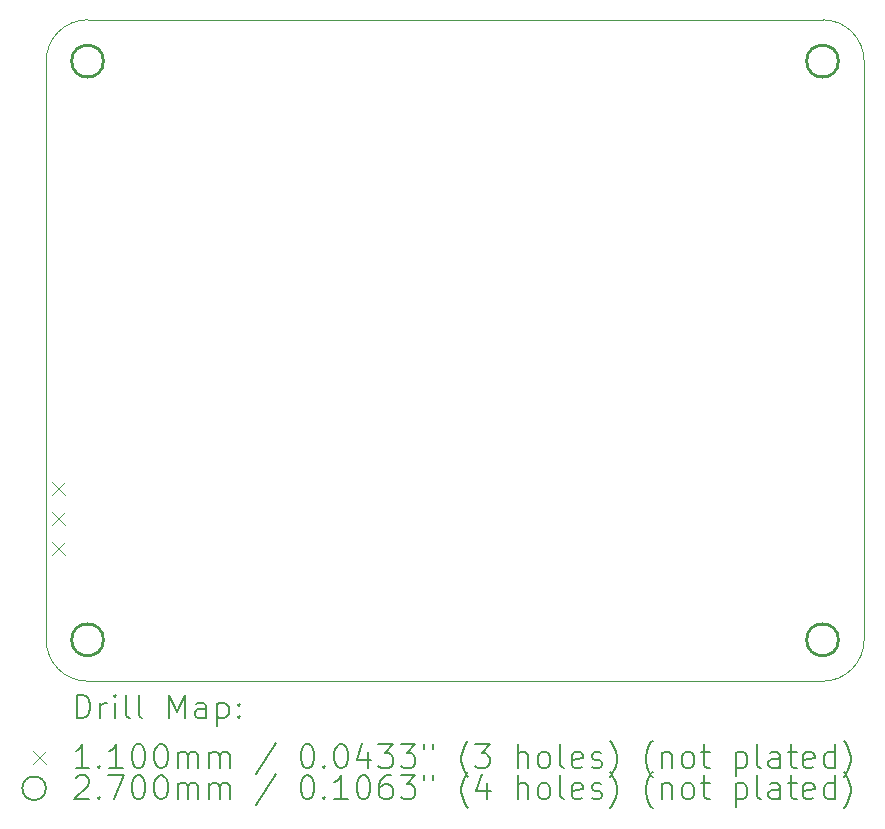
<source format=gbr>
%TF.GenerationSoftware,KiCad,Pcbnew,8.0.0*%
%TF.CreationDate,2024-03-02T01:19:25-06:00*%
%TF.ProjectId,kicad-power-hat,6b696361-642d-4706-9f77-65722d686174,rev?*%
%TF.SameCoordinates,Original*%
%TF.FileFunction,Drillmap*%
%TF.FilePolarity,Positive*%
%FSLAX45Y45*%
G04 Gerber Fmt 4.5, Leading zero omitted, Abs format (unit mm)*
G04 Created by KiCad (PCBNEW 8.0.0) date 2024-03-02 01:19:25*
%MOMM*%
%LPD*%
G01*
G04 APERTURE LIST*
%ADD10C,0.050000*%
%ADD11C,0.200000*%
%ADD12C,0.110000*%
%ADD13C,0.270000*%
G04 APERTURE END LIST*
D10*
X9525000Y-14711500D02*
X15750000Y-14711500D01*
X9175000Y-9461500D02*
X9175000Y-14361500D01*
X15750000Y-9111500D02*
X9525000Y-9111500D01*
X16100000Y-14361500D02*
X16100000Y-9461500D01*
X16100000Y-14361500D02*
G75*
G02*
X15750000Y-14711500I-350000J0D01*
G01*
X15750000Y-9111500D02*
G75*
G02*
X16100000Y-9461500I0J-350000D01*
G01*
X9175000Y-9461500D02*
G75*
G02*
X9525000Y-9111500I350000J0D01*
G01*
X9525000Y-14711500D02*
G75*
G02*
X9175000Y-14361500I0J350000D01*
G01*
D11*
D12*
X9226000Y-13026000D02*
X9336000Y-13136000D01*
X9336000Y-13026000D02*
X9226000Y-13136000D01*
X9226000Y-13280000D02*
X9336000Y-13390000D01*
X9336000Y-13280000D02*
X9226000Y-13390000D01*
X9226000Y-13534000D02*
X9336000Y-13644000D01*
X9336000Y-13534000D02*
X9226000Y-13644000D01*
D13*
X9660000Y-9461500D02*
G75*
G02*
X9390000Y-9461500I-135000J0D01*
G01*
X9390000Y-9461500D02*
G75*
G02*
X9660000Y-9461500I135000J0D01*
G01*
X9660000Y-14361500D02*
G75*
G02*
X9390000Y-14361500I-135000J0D01*
G01*
X9390000Y-14361500D02*
G75*
G02*
X9660000Y-14361500I135000J0D01*
G01*
X15883000Y-9461500D02*
G75*
G02*
X15613000Y-9461500I-135000J0D01*
G01*
X15613000Y-9461500D02*
G75*
G02*
X15883000Y-9461500I135000J0D01*
G01*
X15883000Y-14361500D02*
G75*
G02*
X15613000Y-14361500I-135000J0D01*
G01*
X15613000Y-14361500D02*
G75*
G02*
X15883000Y-14361500I135000J0D01*
G01*
D11*
X9433277Y-15025484D02*
X9433277Y-14825484D01*
X9433277Y-14825484D02*
X9480896Y-14825484D01*
X9480896Y-14825484D02*
X9509467Y-14835008D01*
X9509467Y-14835008D02*
X9528515Y-14854055D01*
X9528515Y-14854055D02*
X9538039Y-14873103D01*
X9538039Y-14873103D02*
X9547563Y-14911198D01*
X9547563Y-14911198D02*
X9547563Y-14939769D01*
X9547563Y-14939769D02*
X9538039Y-14977865D01*
X9538039Y-14977865D02*
X9528515Y-14996912D01*
X9528515Y-14996912D02*
X9509467Y-15015960D01*
X9509467Y-15015960D02*
X9480896Y-15025484D01*
X9480896Y-15025484D02*
X9433277Y-15025484D01*
X9633277Y-15025484D02*
X9633277Y-14892150D01*
X9633277Y-14930246D02*
X9642801Y-14911198D01*
X9642801Y-14911198D02*
X9652324Y-14901674D01*
X9652324Y-14901674D02*
X9671372Y-14892150D01*
X9671372Y-14892150D02*
X9690420Y-14892150D01*
X9757086Y-15025484D02*
X9757086Y-14892150D01*
X9757086Y-14825484D02*
X9747563Y-14835008D01*
X9747563Y-14835008D02*
X9757086Y-14844531D01*
X9757086Y-14844531D02*
X9766610Y-14835008D01*
X9766610Y-14835008D02*
X9757086Y-14825484D01*
X9757086Y-14825484D02*
X9757086Y-14844531D01*
X9880896Y-15025484D02*
X9861848Y-15015960D01*
X9861848Y-15015960D02*
X9852324Y-14996912D01*
X9852324Y-14996912D02*
X9852324Y-14825484D01*
X9985658Y-15025484D02*
X9966610Y-15015960D01*
X9966610Y-15015960D02*
X9957086Y-14996912D01*
X9957086Y-14996912D02*
X9957086Y-14825484D01*
X10214229Y-15025484D02*
X10214229Y-14825484D01*
X10214229Y-14825484D02*
X10280896Y-14968341D01*
X10280896Y-14968341D02*
X10347563Y-14825484D01*
X10347563Y-14825484D02*
X10347563Y-15025484D01*
X10528515Y-15025484D02*
X10528515Y-14920722D01*
X10528515Y-14920722D02*
X10518991Y-14901674D01*
X10518991Y-14901674D02*
X10499944Y-14892150D01*
X10499944Y-14892150D02*
X10461848Y-14892150D01*
X10461848Y-14892150D02*
X10442801Y-14901674D01*
X10528515Y-15015960D02*
X10509467Y-15025484D01*
X10509467Y-15025484D02*
X10461848Y-15025484D01*
X10461848Y-15025484D02*
X10442801Y-15015960D01*
X10442801Y-15015960D02*
X10433277Y-14996912D01*
X10433277Y-14996912D02*
X10433277Y-14977865D01*
X10433277Y-14977865D02*
X10442801Y-14958817D01*
X10442801Y-14958817D02*
X10461848Y-14949293D01*
X10461848Y-14949293D02*
X10509467Y-14949293D01*
X10509467Y-14949293D02*
X10528515Y-14939769D01*
X10623753Y-14892150D02*
X10623753Y-15092150D01*
X10623753Y-14901674D02*
X10642801Y-14892150D01*
X10642801Y-14892150D02*
X10680896Y-14892150D01*
X10680896Y-14892150D02*
X10699944Y-14901674D01*
X10699944Y-14901674D02*
X10709467Y-14911198D01*
X10709467Y-14911198D02*
X10718991Y-14930246D01*
X10718991Y-14930246D02*
X10718991Y-14987388D01*
X10718991Y-14987388D02*
X10709467Y-15006436D01*
X10709467Y-15006436D02*
X10699944Y-15015960D01*
X10699944Y-15015960D02*
X10680896Y-15025484D01*
X10680896Y-15025484D02*
X10642801Y-15025484D01*
X10642801Y-15025484D02*
X10623753Y-15015960D01*
X10804705Y-15006436D02*
X10814229Y-15015960D01*
X10814229Y-15015960D02*
X10804705Y-15025484D01*
X10804705Y-15025484D02*
X10795182Y-15015960D01*
X10795182Y-15015960D02*
X10804705Y-15006436D01*
X10804705Y-15006436D02*
X10804705Y-15025484D01*
X10804705Y-14901674D02*
X10814229Y-14911198D01*
X10814229Y-14911198D02*
X10804705Y-14920722D01*
X10804705Y-14920722D02*
X10795182Y-14911198D01*
X10795182Y-14911198D02*
X10804705Y-14901674D01*
X10804705Y-14901674D02*
X10804705Y-14920722D01*
D12*
X9062500Y-15299000D02*
X9172500Y-15409000D01*
X9172500Y-15299000D02*
X9062500Y-15409000D01*
D11*
X9538039Y-15445484D02*
X9423753Y-15445484D01*
X9480896Y-15445484D02*
X9480896Y-15245484D01*
X9480896Y-15245484D02*
X9461848Y-15274055D01*
X9461848Y-15274055D02*
X9442801Y-15293103D01*
X9442801Y-15293103D02*
X9423753Y-15302627D01*
X9623753Y-15426436D02*
X9633277Y-15435960D01*
X9633277Y-15435960D02*
X9623753Y-15445484D01*
X9623753Y-15445484D02*
X9614229Y-15435960D01*
X9614229Y-15435960D02*
X9623753Y-15426436D01*
X9623753Y-15426436D02*
X9623753Y-15445484D01*
X9823753Y-15445484D02*
X9709467Y-15445484D01*
X9766610Y-15445484D02*
X9766610Y-15245484D01*
X9766610Y-15245484D02*
X9747563Y-15274055D01*
X9747563Y-15274055D02*
X9728515Y-15293103D01*
X9728515Y-15293103D02*
X9709467Y-15302627D01*
X9947563Y-15245484D02*
X9966610Y-15245484D01*
X9966610Y-15245484D02*
X9985658Y-15255008D01*
X9985658Y-15255008D02*
X9995182Y-15264531D01*
X9995182Y-15264531D02*
X10004705Y-15283579D01*
X10004705Y-15283579D02*
X10014229Y-15321674D01*
X10014229Y-15321674D02*
X10014229Y-15369293D01*
X10014229Y-15369293D02*
X10004705Y-15407388D01*
X10004705Y-15407388D02*
X9995182Y-15426436D01*
X9995182Y-15426436D02*
X9985658Y-15435960D01*
X9985658Y-15435960D02*
X9966610Y-15445484D01*
X9966610Y-15445484D02*
X9947563Y-15445484D01*
X9947563Y-15445484D02*
X9928515Y-15435960D01*
X9928515Y-15435960D02*
X9918991Y-15426436D01*
X9918991Y-15426436D02*
X9909467Y-15407388D01*
X9909467Y-15407388D02*
X9899944Y-15369293D01*
X9899944Y-15369293D02*
X9899944Y-15321674D01*
X9899944Y-15321674D02*
X9909467Y-15283579D01*
X9909467Y-15283579D02*
X9918991Y-15264531D01*
X9918991Y-15264531D02*
X9928515Y-15255008D01*
X9928515Y-15255008D02*
X9947563Y-15245484D01*
X10138039Y-15245484D02*
X10157086Y-15245484D01*
X10157086Y-15245484D02*
X10176134Y-15255008D01*
X10176134Y-15255008D02*
X10185658Y-15264531D01*
X10185658Y-15264531D02*
X10195182Y-15283579D01*
X10195182Y-15283579D02*
X10204705Y-15321674D01*
X10204705Y-15321674D02*
X10204705Y-15369293D01*
X10204705Y-15369293D02*
X10195182Y-15407388D01*
X10195182Y-15407388D02*
X10185658Y-15426436D01*
X10185658Y-15426436D02*
X10176134Y-15435960D01*
X10176134Y-15435960D02*
X10157086Y-15445484D01*
X10157086Y-15445484D02*
X10138039Y-15445484D01*
X10138039Y-15445484D02*
X10118991Y-15435960D01*
X10118991Y-15435960D02*
X10109467Y-15426436D01*
X10109467Y-15426436D02*
X10099944Y-15407388D01*
X10099944Y-15407388D02*
X10090420Y-15369293D01*
X10090420Y-15369293D02*
X10090420Y-15321674D01*
X10090420Y-15321674D02*
X10099944Y-15283579D01*
X10099944Y-15283579D02*
X10109467Y-15264531D01*
X10109467Y-15264531D02*
X10118991Y-15255008D01*
X10118991Y-15255008D02*
X10138039Y-15245484D01*
X10290420Y-15445484D02*
X10290420Y-15312150D01*
X10290420Y-15331198D02*
X10299944Y-15321674D01*
X10299944Y-15321674D02*
X10318991Y-15312150D01*
X10318991Y-15312150D02*
X10347563Y-15312150D01*
X10347563Y-15312150D02*
X10366610Y-15321674D01*
X10366610Y-15321674D02*
X10376134Y-15340722D01*
X10376134Y-15340722D02*
X10376134Y-15445484D01*
X10376134Y-15340722D02*
X10385658Y-15321674D01*
X10385658Y-15321674D02*
X10404705Y-15312150D01*
X10404705Y-15312150D02*
X10433277Y-15312150D01*
X10433277Y-15312150D02*
X10452325Y-15321674D01*
X10452325Y-15321674D02*
X10461848Y-15340722D01*
X10461848Y-15340722D02*
X10461848Y-15445484D01*
X10557086Y-15445484D02*
X10557086Y-15312150D01*
X10557086Y-15331198D02*
X10566610Y-15321674D01*
X10566610Y-15321674D02*
X10585658Y-15312150D01*
X10585658Y-15312150D02*
X10614229Y-15312150D01*
X10614229Y-15312150D02*
X10633277Y-15321674D01*
X10633277Y-15321674D02*
X10642801Y-15340722D01*
X10642801Y-15340722D02*
X10642801Y-15445484D01*
X10642801Y-15340722D02*
X10652325Y-15321674D01*
X10652325Y-15321674D02*
X10671372Y-15312150D01*
X10671372Y-15312150D02*
X10699944Y-15312150D01*
X10699944Y-15312150D02*
X10718991Y-15321674D01*
X10718991Y-15321674D02*
X10728515Y-15340722D01*
X10728515Y-15340722D02*
X10728515Y-15445484D01*
X11118991Y-15235960D02*
X10947563Y-15493103D01*
X11376134Y-15245484D02*
X11395182Y-15245484D01*
X11395182Y-15245484D02*
X11414229Y-15255008D01*
X11414229Y-15255008D02*
X11423753Y-15264531D01*
X11423753Y-15264531D02*
X11433277Y-15283579D01*
X11433277Y-15283579D02*
X11442801Y-15321674D01*
X11442801Y-15321674D02*
X11442801Y-15369293D01*
X11442801Y-15369293D02*
X11433277Y-15407388D01*
X11433277Y-15407388D02*
X11423753Y-15426436D01*
X11423753Y-15426436D02*
X11414229Y-15435960D01*
X11414229Y-15435960D02*
X11395182Y-15445484D01*
X11395182Y-15445484D02*
X11376134Y-15445484D01*
X11376134Y-15445484D02*
X11357086Y-15435960D01*
X11357086Y-15435960D02*
X11347563Y-15426436D01*
X11347563Y-15426436D02*
X11338039Y-15407388D01*
X11338039Y-15407388D02*
X11328515Y-15369293D01*
X11328515Y-15369293D02*
X11328515Y-15321674D01*
X11328515Y-15321674D02*
X11338039Y-15283579D01*
X11338039Y-15283579D02*
X11347563Y-15264531D01*
X11347563Y-15264531D02*
X11357086Y-15255008D01*
X11357086Y-15255008D02*
X11376134Y-15245484D01*
X11528515Y-15426436D02*
X11538039Y-15435960D01*
X11538039Y-15435960D02*
X11528515Y-15445484D01*
X11528515Y-15445484D02*
X11518991Y-15435960D01*
X11518991Y-15435960D02*
X11528515Y-15426436D01*
X11528515Y-15426436D02*
X11528515Y-15445484D01*
X11661848Y-15245484D02*
X11680896Y-15245484D01*
X11680896Y-15245484D02*
X11699944Y-15255008D01*
X11699944Y-15255008D02*
X11709467Y-15264531D01*
X11709467Y-15264531D02*
X11718991Y-15283579D01*
X11718991Y-15283579D02*
X11728515Y-15321674D01*
X11728515Y-15321674D02*
X11728515Y-15369293D01*
X11728515Y-15369293D02*
X11718991Y-15407388D01*
X11718991Y-15407388D02*
X11709467Y-15426436D01*
X11709467Y-15426436D02*
X11699944Y-15435960D01*
X11699944Y-15435960D02*
X11680896Y-15445484D01*
X11680896Y-15445484D02*
X11661848Y-15445484D01*
X11661848Y-15445484D02*
X11642801Y-15435960D01*
X11642801Y-15435960D02*
X11633277Y-15426436D01*
X11633277Y-15426436D02*
X11623753Y-15407388D01*
X11623753Y-15407388D02*
X11614229Y-15369293D01*
X11614229Y-15369293D02*
X11614229Y-15321674D01*
X11614229Y-15321674D02*
X11623753Y-15283579D01*
X11623753Y-15283579D02*
X11633277Y-15264531D01*
X11633277Y-15264531D02*
X11642801Y-15255008D01*
X11642801Y-15255008D02*
X11661848Y-15245484D01*
X11899944Y-15312150D02*
X11899944Y-15445484D01*
X11852325Y-15235960D02*
X11804706Y-15378817D01*
X11804706Y-15378817D02*
X11928515Y-15378817D01*
X11985658Y-15245484D02*
X12109467Y-15245484D01*
X12109467Y-15245484D02*
X12042801Y-15321674D01*
X12042801Y-15321674D02*
X12071372Y-15321674D01*
X12071372Y-15321674D02*
X12090420Y-15331198D01*
X12090420Y-15331198D02*
X12099944Y-15340722D01*
X12099944Y-15340722D02*
X12109467Y-15359769D01*
X12109467Y-15359769D02*
X12109467Y-15407388D01*
X12109467Y-15407388D02*
X12099944Y-15426436D01*
X12099944Y-15426436D02*
X12090420Y-15435960D01*
X12090420Y-15435960D02*
X12071372Y-15445484D01*
X12071372Y-15445484D02*
X12014229Y-15445484D01*
X12014229Y-15445484D02*
X11995182Y-15435960D01*
X11995182Y-15435960D02*
X11985658Y-15426436D01*
X12176134Y-15245484D02*
X12299944Y-15245484D01*
X12299944Y-15245484D02*
X12233277Y-15321674D01*
X12233277Y-15321674D02*
X12261848Y-15321674D01*
X12261848Y-15321674D02*
X12280896Y-15331198D01*
X12280896Y-15331198D02*
X12290420Y-15340722D01*
X12290420Y-15340722D02*
X12299944Y-15359769D01*
X12299944Y-15359769D02*
X12299944Y-15407388D01*
X12299944Y-15407388D02*
X12290420Y-15426436D01*
X12290420Y-15426436D02*
X12280896Y-15435960D01*
X12280896Y-15435960D02*
X12261848Y-15445484D01*
X12261848Y-15445484D02*
X12204706Y-15445484D01*
X12204706Y-15445484D02*
X12185658Y-15435960D01*
X12185658Y-15435960D02*
X12176134Y-15426436D01*
X12376134Y-15245484D02*
X12376134Y-15283579D01*
X12452325Y-15245484D02*
X12452325Y-15283579D01*
X12747563Y-15521674D02*
X12738039Y-15512150D01*
X12738039Y-15512150D02*
X12718991Y-15483579D01*
X12718991Y-15483579D02*
X12709468Y-15464531D01*
X12709468Y-15464531D02*
X12699944Y-15435960D01*
X12699944Y-15435960D02*
X12690420Y-15388341D01*
X12690420Y-15388341D02*
X12690420Y-15350246D01*
X12690420Y-15350246D02*
X12699944Y-15302627D01*
X12699944Y-15302627D02*
X12709468Y-15274055D01*
X12709468Y-15274055D02*
X12718991Y-15255008D01*
X12718991Y-15255008D02*
X12738039Y-15226436D01*
X12738039Y-15226436D02*
X12747563Y-15216912D01*
X12804706Y-15245484D02*
X12928515Y-15245484D01*
X12928515Y-15245484D02*
X12861848Y-15321674D01*
X12861848Y-15321674D02*
X12890420Y-15321674D01*
X12890420Y-15321674D02*
X12909468Y-15331198D01*
X12909468Y-15331198D02*
X12918991Y-15340722D01*
X12918991Y-15340722D02*
X12928515Y-15359769D01*
X12928515Y-15359769D02*
X12928515Y-15407388D01*
X12928515Y-15407388D02*
X12918991Y-15426436D01*
X12918991Y-15426436D02*
X12909468Y-15435960D01*
X12909468Y-15435960D02*
X12890420Y-15445484D01*
X12890420Y-15445484D02*
X12833277Y-15445484D01*
X12833277Y-15445484D02*
X12814229Y-15435960D01*
X12814229Y-15435960D02*
X12804706Y-15426436D01*
X13166610Y-15445484D02*
X13166610Y-15245484D01*
X13252325Y-15445484D02*
X13252325Y-15340722D01*
X13252325Y-15340722D02*
X13242801Y-15321674D01*
X13242801Y-15321674D02*
X13223753Y-15312150D01*
X13223753Y-15312150D02*
X13195182Y-15312150D01*
X13195182Y-15312150D02*
X13176134Y-15321674D01*
X13176134Y-15321674D02*
X13166610Y-15331198D01*
X13376134Y-15445484D02*
X13357087Y-15435960D01*
X13357087Y-15435960D02*
X13347563Y-15426436D01*
X13347563Y-15426436D02*
X13338039Y-15407388D01*
X13338039Y-15407388D02*
X13338039Y-15350246D01*
X13338039Y-15350246D02*
X13347563Y-15331198D01*
X13347563Y-15331198D02*
X13357087Y-15321674D01*
X13357087Y-15321674D02*
X13376134Y-15312150D01*
X13376134Y-15312150D02*
X13404706Y-15312150D01*
X13404706Y-15312150D02*
X13423753Y-15321674D01*
X13423753Y-15321674D02*
X13433277Y-15331198D01*
X13433277Y-15331198D02*
X13442801Y-15350246D01*
X13442801Y-15350246D02*
X13442801Y-15407388D01*
X13442801Y-15407388D02*
X13433277Y-15426436D01*
X13433277Y-15426436D02*
X13423753Y-15435960D01*
X13423753Y-15435960D02*
X13404706Y-15445484D01*
X13404706Y-15445484D02*
X13376134Y-15445484D01*
X13557087Y-15445484D02*
X13538039Y-15435960D01*
X13538039Y-15435960D02*
X13528515Y-15416912D01*
X13528515Y-15416912D02*
X13528515Y-15245484D01*
X13709468Y-15435960D02*
X13690420Y-15445484D01*
X13690420Y-15445484D02*
X13652325Y-15445484D01*
X13652325Y-15445484D02*
X13633277Y-15435960D01*
X13633277Y-15435960D02*
X13623753Y-15416912D01*
X13623753Y-15416912D02*
X13623753Y-15340722D01*
X13623753Y-15340722D02*
X13633277Y-15321674D01*
X13633277Y-15321674D02*
X13652325Y-15312150D01*
X13652325Y-15312150D02*
X13690420Y-15312150D01*
X13690420Y-15312150D02*
X13709468Y-15321674D01*
X13709468Y-15321674D02*
X13718991Y-15340722D01*
X13718991Y-15340722D02*
X13718991Y-15359769D01*
X13718991Y-15359769D02*
X13623753Y-15378817D01*
X13795182Y-15435960D02*
X13814230Y-15445484D01*
X13814230Y-15445484D02*
X13852325Y-15445484D01*
X13852325Y-15445484D02*
X13871372Y-15435960D01*
X13871372Y-15435960D02*
X13880896Y-15416912D01*
X13880896Y-15416912D02*
X13880896Y-15407388D01*
X13880896Y-15407388D02*
X13871372Y-15388341D01*
X13871372Y-15388341D02*
X13852325Y-15378817D01*
X13852325Y-15378817D02*
X13823753Y-15378817D01*
X13823753Y-15378817D02*
X13804706Y-15369293D01*
X13804706Y-15369293D02*
X13795182Y-15350246D01*
X13795182Y-15350246D02*
X13795182Y-15340722D01*
X13795182Y-15340722D02*
X13804706Y-15321674D01*
X13804706Y-15321674D02*
X13823753Y-15312150D01*
X13823753Y-15312150D02*
X13852325Y-15312150D01*
X13852325Y-15312150D02*
X13871372Y-15321674D01*
X13947563Y-15521674D02*
X13957087Y-15512150D01*
X13957087Y-15512150D02*
X13976134Y-15483579D01*
X13976134Y-15483579D02*
X13985658Y-15464531D01*
X13985658Y-15464531D02*
X13995182Y-15435960D01*
X13995182Y-15435960D02*
X14004706Y-15388341D01*
X14004706Y-15388341D02*
X14004706Y-15350246D01*
X14004706Y-15350246D02*
X13995182Y-15302627D01*
X13995182Y-15302627D02*
X13985658Y-15274055D01*
X13985658Y-15274055D02*
X13976134Y-15255008D01*
X13976134Y-15255008D02*
X13957087Y-15226436D01*
X13957087Y-15226436D02*
X13947563Y-15216912D01*
X14309468Y-15521674D02*
X14299944Y-15512150D01*
X14299944Y-15512150D02*
X14280896Y-15483579D01*
X14280896Y-15483579D02*
X14271372Y-15464531D01*
X14271372Y-15464531D02*
X14261849Y-15435960D01*
X14261849Y-15435960D02*
X14252325Y-15388341D01*
X14252325Y-15388341D02*
X14252325Y-15350246D01*
X14252325Y-15350246D02*
X14261849Y-15302627D01*
X14261849Y-15302627D02*
X14271372Y-15274055D01*
X14271372Y-15274055D02*
X14280896Y-15255008D01*
X14280896Y-15255008D02*
X14299944Y-15226436D01*
X14299944Y-15226436D02*
X14309468Y-15216912D01*
X14385658Y-15312150D02*
X14385658Y-15445484D01*
X14385658Y-15331198D02*
X14395182Y-15321674D01*
X14395182Y-15321674D02*
X14414230Y-15312150D01*
X14414230Y-15312150D02*
X14442801Y-15312150D01*
X14442801Y-15312150D02*
X14461849Y-15321674D01*
X14461849Y-15321674D02*
X14471372Y-15340722D01*
X14471372Y-15340722D02*
X14471372Y-15445484D01*
X14595182Y-15445484D02*
X14576134Y-15435960D01*
X14576134Y-15435960D02*
X14566611Y-15426436D01*
X14566611Y-15426436D02*
X14557087Y-15407388D01*
X14557087Y-15407388D02*
X14557087Y-15350246D01*
X14557087Y-15350246D02*
X14566611Y-15331198D01*
X14566611Y-15331198D02*
X14576134Y-15321674D01*
X14576134Y-15321674D02*
X14595182Y-15312150D01*
X14595182Y-15312150D02*
X14623753Y-15312150D01*
X14623753Y-15312150D02*
X14642801Y-15321674D01*
X14642801Y-15321674D02*
X14652325Y-15331198D01*
X14652325Y-15331198D02*
X14661849Y-15350246D01*
X14661849Y-15350246D02*
X14661849Y-15407388D01*
X14661849Y-15407388D02*
X14652325Y-15426436D01*
X14652325Y-15426436D02*
X14642801Y-15435960D01*
X14642801Y-15435960D02*
X14623753Y-15445484D01*
X14623753Y-15445484D02*
X14595182Y-15445484D01*
X14718992Y-15312150D02*
X14795182Y-15312150D01*
X14747563Y-15245484D02*
X14747563Y-15416912D01*
X14747563Y-15416912D02*
X14757087Y-15435960D01*
X14757087Y-15435960D02*
X14776134Y-15445484D01*
X14776134Y-15445484D02*
X14795182Y-15445484D01*
X15014230Y-15312150D02*
X15014230Y-15512150D01*
X15014230Y-15321674D02*
X15033277Y-15312150D01*
X15033277Y-15312150D02*
X15071373Y-15312150D01*
X15071373Y-15312150D02*
X15090420Y-15321674D01*
X15090420Y-15321674D02*
X15099944Y-15331198D01*
X15099944Y-15331198D02*
X15109468Y-15350246D01*
X15109468Y-15350246D02*
X15109468Y-15407388D01*
X15109468Y-15407388D02*
X15099944Y-15426436D01*
X15099944Y-15426436D02*
X15090420Y-15435960D01*
X15090420Y-15435960D02*
X15071373Y-15445484D01*
X15071373Y-15445484D02*
X15033277Y-15445484D01*
X15033277Y-15445484D02*
X15014230Y-15435960D01*
X15223753Y-15445484D02*
X15204706Y-15435960D01*
X15204706Y-15435960D02*
X15195182Y-15416912D01*
X15195182Y-15416912D02*
X15195182Y-15245484D01*
X15385658Y-15445484D02*
X15385658Y-15340722D01*
X15385658Y-15340722D02*
X15376134Y-15321674D01*
X15376134Y-15321674D02*
X15357087Y-15312150D01*
X15357087Y-15312150D02*
X15318992Y-15312150D01*
X15318992Y-15312150D02*
X15299944Y-15321674D01*
X15385658Y-15435960D02*
X15366611Y-15445484D01*
X15366611Y-15445484D02*
X15318992Y-15445484D01*
X15318992Y-15445484D02*
X15299944Y-15435960D01*
X15299944Y-15435960D02*
X15290420Y-15416912D01*
X15290420Y-15416912D02*
X15290420Y-15397865D01*
X15290420Y-15397865D02*
X15299944Y-15378817D01*
X15299944Y-15378817D02*
X15318992Y-15369293D01*
X15318992Y-15369293D02*
X15366611Y-15369293D01*
X15366611Y-15369293D02*
X15385658Y-15359769D01*
X15452325Y-15312150D02*
X15528515Y-15312150D01*
X15480896Y-15245484D02*
X15480896Y-15416912D01*
X15480896Y-15416912D02*
X15490420Y-15435960D01*
X15490420Y-15435960D02*
X15509468Y-15445484D01*
X15509468Y-15445484D02*
X15528515Y-15445484D01*
X15671373Y-15435960D02*
X15652325Y-15445484D01*
X15652325Y-15445484D02*
X15614230Y-15445484D01*
X15614230Y-15445484D02*
X15595182Y-15435960D01*
X15595182Y-15435960D02*
X15585658Y-15416912D01*
X15585658Y-15416912D02*
X15585658Y-15340722D01*
X15585658Y-15340722D02*
X15595182Y-15321674D01*
X15595182Y-15321674D02*
X15614230Y-15312150D01*
X15614230Y-15312150D02*
X15652325Y-15312150D01*
X15652325Y-15312150D02*
X15671373Y-15321674D01*
X15671373Y-15321674D02*
X15680896Y-15340722D01*
X15680896Y-15340722D02*
X15680896Y-15359769D01*
X15680896Y-15359769D02*
X15585658Y-15378817D01*
X15852325Y-15445484D02*
X15852325Y-15245484D01*
X15852325Y-15435960D02*
X15833277Y-15445484D01*
X15833277Y-15445484D02*
X15795182Y-15445484D01*
X15795182Y-15445484D02*
X15776134Y-15435960D01*
X15776134Y-15435960D02*
X15766611Y-15426436D01*
X15766611Y-15426436D02*
X15757087Y-15407388D01*
X15757087Y-15407388D02*
X15757087Y-15350246D01*
X15757087Y-15350246D02*
X15766611Y-15331198D01*
X15766611Y-15331198D02*
X15776134Y-15321674D01*
X15776134Y-15321674D02*
X15795182Y-15312150D01*
X15795182Y-15312150D02*
X15833277Y-15312150D01*
X15833277Y-15312150D02*
X15852325Y-15321674D01*
X15928515Y-15521674D02*
X15938039Y-15512150D01*
X15938039Y-15512150D02*
X15957087Y-15483579D01*
X15957087Y-15483579D02*
X15966611Y-15464531D01*
X15966611Y-15464531D02*
X15976134Y-15435960D01*
X15976134Y-15435960D02*
X15985658Y-15388341D01*
X15985658Y-15388341D02*
X15985658Y-15350246D01*
X15985658Y-15350246D02*
X15976134Y-15302627D01*
X15976134Y-15302627D02*
X15966611Y-15274055D01*
X15966611Y-15274055D02*
X15957087Y-15255008D01*
X15957087Y-15255008D02*
X15938039Y-15226436D01*
X15938039Y-15226436D02*
X15928515Y-15216912D01*
X9172500Y-15618000D02*
G75*
G02*
X8972500Y-15618000I-100000J0D01*
G01*
X8972500Y-15618000D02*
G75*
G02*
X9172500Y-15618000I100000J0D01*
G01*
X9423753Y-15528531D02*
X9433277Y-15519008D01*
X9433277Y-15519008D02*
X9452324Y-15509484D01*
X9452324Y-15509484D02*
X9499944Y-15509484D01*
X9499944Y-15509484D02*
X9518991Y-15519008D01*
X9518991Y-15519008D02*
X9528515Y-15528531D01*
X9528515Y-15528531D02*
X9538039Y-15547579D01*
X9538039Y-15547579D02*
X9538039Y-15566627D01*
X9538039Y-15566627D02*
X9528515Y-15595198D01*
X9528515Y-15595198D02*
X9414229Y-15709484D01*
X9414229Y-15709484D02*
X9538039Y-15709484D01*
X9623753Y-15690436D02*
X9633277Y-15699960D01*
X9633277Y-15699960D02*
X9623753Y-15709484D01*
X9623753Y-15709484D02*
X9614229Y-15699960D01*
X9614229Y-15699960D02*
X9623753Y-15690436D01*
X9623753Y-15690436D02*
X9623753Y-15709484D01*
X9699944Y-15509484D02*
X9833277Y-15509484D01*
X9833277Y-15509484D02*
X9747563Y-15709484D01*
X9947563Y-15509484D02*
X9966610Y-15509484D01*
X9966610Y-15509484D02*
X9985658Y-15519008D01*
X9985658Y-15519008D02*
X9995182Y-15528531D01*
X9995182Y-15528531D02*
X10004705Y-15547579D01*
X10004705Y-15547579D02*
X10014229Y-15585674D01*
X10014229Y-15585674D02*
X10014229Y-15633293D01*
X10014229Y-15633293D02*
X10004705Y-15671388D01*
X10004705Y-15671388D02*
X9995182Y-15690436D01*
X9995182Y-15690436D02*
X9985658Y-15699960D01*
X9985658Y-15699960D02*
X9966610Y-15709484D01*
X9966610Y-15709484D02*
X9947563Y-15709484D01*
X9947563Y-15709484D02*
X9928515Y-15699960D01*
X9928515Y-15699960D02*
X9918991Y-15690436D01*
X9918991Y-15690436D02*
X9909467Y-15671388D01*
X9909467Y-15671388D02*
X9899944Y-15633293D01*
X9899944Y-15633293D02*
X9899944Y-15585674D01*
X9899944Y-15585674D02*
X9909467Y-15547579D01*
X9909467Y-15547579D02*
X9918991Y-15528531D01*
X9918991Y-15528531D02*
X9928515Y-15519008D01*
X9928515Y-15519008D02*
X9947563Y-15509484D01*
X10138039Y-15509484D02*
X10157086Y-15509484D01*
X10157086Y-15509484D02*
X10176134Y-15519008D01*
X10176134Y-15519008D02*
X10185658Y-15528531D01*
X10185658Y-15528531D02*
X10195182Y-15547579D01*
X10195182Y-15547579D02*
X10204705Y-15585674D01*
X10204705Y-15585674D02*
X10204705Y-15633293D01*
X10204705Y-15633293D02*
X10195182Y-15671388D01*
X10195182Y-15671388D02*
X10185658Y-15690436D01*
X10185658Y-15690436D02*
X10176134Y-15699960D01*
X10176134Y-15699960D02*
X10157086Y-15709484D01*
X10157086Y-15709484D02*
X10138039Y-15709484D01*
X10138039Y-15709484D02*
X10118991Y-15699960D01*
X10118991Y-15699960D02*
X10109467Y-15690436D01*
X10109467Y-15690436D02*
X10099944Y-15671388D01*
X10099944Y-15671388D02*
X10090420Y-15633293D01*
X10090420Y-15633293D02*
X10090420Y-15585674D01*
X10090420Y-15585674D02*
X10099944Y-15547579D01*
X10099944Y-15547579D02*
X10109467Y-15528531D01*
X10109467Y-15528531D02*
X10118991Y-15519008D01*
X10118991Y-15519008D02*
X10138039Y-15509484D01*
X10290420Y-15709484D02*
X10290420Y-15576150D01*
X10290420Y-15595198D02*
X10299944Y-15585674D01*
X10299944Y-15585674D02*
X10318991Y-15576150D01*
X10318991Y-15576150D02*
X10347563Y-15576150D01*
X10347563Y-15576150D02*
X10366610Y-15585674D01*
X10366610Y-15585674D02*
X10376134Y-15604722D01*
X10376134Y-15604722D02*
X10376134Y-15709484D01*
X10376134Y-15604722D02*
X10385658Y-15585674D01*
X10385658Y-15585674D02*
X10404705Y-15576150D01*
X10404705Y-15576150D02*
X10433277Y-15576150D01*
X10433277Y-15576150D02*
X10452325Y-15585674D01*
X10452325Y-15585674D02*
X10461848Y-15604722D01*
X10461848Y-15604722D02*
X10461848Y-15709484D01*
X10557086Y-15709484D02*
X10557086Y-15576150D01*
X10557086Y-15595198D02*
X10566610Y-15585674D01*
X10566610Y-15585674D02*
X10585658Y-15576150D01*
X10585658Y-15576150D02*
X10614229Y-15576150D01*
X10614229Y-15576150D02*
X10633277Y-15585674D01*
X10633277Y-15585674D02*
X10642801Y-15604722D01*
X10642801Y-15604722D02*
X10642801Y-15709484D01*
X10642801Y-15604722D02*
X10652325Y-15585674D01*
X10652325Y-15585674D02*
X10671372Y-15576150D01*
X10671372Y-15576150D02*
X10699944Y-15576150D01*
X10699944Y-15576150D02*
X10718991Y-15585674D01*
X10718991Y-15585674D02*
X10728515Y-15604722D01*
X10728515Y-15604722D02*
X10728515Y-15709484D01*
X11118991Y-15499960D02*
X10947563Y-15757103D01*
X11376134Y-15509484D02*
X11395182Y-15509484D01*
X11395182Y-15509484D02*
X11414229Y-15519008D01*
X11414229Y-15519008D02*
X11423753Y-15528531D01*
X11423753Y-15528531D02*
X11433277Y-15547579D01*
X11433277Y-15547579D02*
X11442801Y-15585674D01*
X11442801Y-15585674D02*
X11442801Y-15633293D01*
X11442801Y-15633293D02*
X11433277Y-15671388D01*
X11433277Y-15671388D02*
X11423753Y-15690436D01*
X11423753Y-15690436D02*
X11414229Y-15699960D01*
X11414229Y-15699960D02*
X11395182Y-15709484D01*
X11395182Y-15709484D02*
X11376134Y-15709484D01*
X11376134Y-15709484D02*
X11357086Y-15699960D01*
X11357086Y-15699960D02*
X11347563Y-15690436D01*
X11347563Y-15690436D02*
X11338039Y-15671388D01*
X11338039Y-15671388D02*
X11328515Y-15633293D01*
X11328515Y-15633293D02*
X11328515Y-15585674D01*
X11328515Y-15585674D02*
X11338039Y-15547579D01*
X11338039Y-15547579D02*
X11347563Y-15528531D01*
X11347563Y-15528531D02*
X11357086Y-15519008D01*
X11357086Y-15519008D02*
X11376134Y-15509484D01*
X11528515Y-15690436D02*
X11538039Y-15699960D01*
X11538039Y-15699960D02*
X11528515Y-15709484D01*
X11528515Y-15709484D02*
X11518991Y-15699960D01*
X11518991Y-15699960D02*
X11528515Y-15690436D01*
X11528515Y-15690436D02*
X11528515Y-15709484D01*
X11728515Y-15709484D02*
X11614229Y-15709484D01*
X11671372Y-15709484D02*
X11671372Y-15509484D01*
X11671372Y-15509484D02*
X11652325Y-15538055D01*
X11652325Y-15538055D02*
X11633277Y-15557103D01*
X11633277Y-15557103D02*
X11614229Y-15566627D01*
X11852325Y-15509484D02*
X11871372Y-15509484D01*
X11871372Y-15509484D02*
X11890420Y-15519008D01*
X11890420Y-15519008D02*
X11899944Y-15528531D01*
X11899944Y-15528531D02*
X11909467Y-15547579D01*
X11909467Y-15547579D02*
X11918991Y-15585674D01*
X11918991Y-15585674D02*
X11918991Y-15633293D01*
X11918991Y-15633293D02*
X11909467Y-15671388D01*
X11909467Y-15671388D02*
X11899944Y-15690436D01*
X11899944Y-15690436D02*
X11890420Y-15699960D01*
X11890420Y-15699960D02*
X11871372Y-15709484D01*
X11871372Y-15709484D02*
X11852325Y-15709484D01*
X11852325Y-15709484D02*
X11833277Y-15699960D01*
X11833277Y-15699960D02*
X11823753Y-15690436D01*
X11823753Y-15690436D02*
X11814229Y-15671388D01*
X11814229Y-15671388D02*
X11804706Y-15633293D01*
X11804706Y-15633293D02*
X11804706Y-15585674D01*
X11804706Y-15585674D02*
X11814229Y-15547579D01*
X11814229Y-15547579D02*
X11823753Y-15528531D01*
X11823753Y-15528531D02*
X11833277Y-15519008D01*
X11833277Y-15519008D02*
X11852325Y-15509484D01*
X12090420Y-15509484D02*
X12052325Y-15509484D01*
X12052325Y-15509484D02*
X12033277Y-15519008D01*
X12033277Y-15519008D02*
X12023753Y-15528531D01*
X12023753Y-15528531D02*
X12004706Y-15557103D01*
X12004706Y-15557103D02*
X11995182Y-15595198D01*
X11995182Y-15595198D02*
X11995182Y-15671388D01*
X11995182Y-15671388D02*
X12004706Y-15690436D01*
X12004706Y-15690436D02*
X12014229Y-15699960D01*
X12014229Y-15699960D02*
X12033277Y-15709484D01*
X12033277Y-15709484D02*
X12071372Y-15709484D01*
X12071372Y-15709484D02*
X12090420Y-15699960D01*
X12090420Y-15699960D02*
X12099944Y-15690436D01*
X12099944Y-15690436D02*
X12109467Y-15671388D01*
X12109467Y-15671388D02*
X12109467Y-15623769D01*
X12109467Y-15623769D02*
X12099944Y-15604722D01*
X12099944Y-15604722D02*
X12090420Y-15595198D01*
X12090420Y-15595198D02*
X12071372Y-15585674D01*
X12071372Y-15585674D02*
X12033277Y-15585674D01*
X12033277Y-15585674D02*
X12014229Y-15595198D01*
X12014229Y-15595198D02*
X12004706Y-15604722D01*
X12004706Y-15604722D02*
X11995182Y-15623769D01*
X12176134Y-15509484D02*
X12299944Y-15509484D01*
X12299944Y-15509484D02*
X12233277Y-15585674D01*
X12233277Y-15585674D02*
X12261848Y-15585674D01*
X12261848Y-15585674D02*
X12280896Y-15595198D01*
X12280896Y-15595198D02*
X12290420Y-15604722D01*
X12290420Y-15604722D02*
X12299944Y-15623769D01*
X12299944Y-15623769D02*
X12299944Y-15671388D01*
X12299944Y-15671388D02*
X12290420Y-15690436D01*
X12290420Y-15690436D02*
X12280896Y-15699960D01*
X12280896Y-15699960D02*
X12261848Y-15709484D01*
X12261848Y-15709484D02*
X12204706Y-15709484D01*
X12204706Y-15709484D02*
X12185658Y-15699960D01*
X12185658Y-15699960D02*
X12176134Y-15690436D01*
X12376134Y-15509484D02*
X12376134Y-15547579D01*
X12452325Y-15509484D02*
X12452325Y-15547579D01*
X12747563Y-15785674D02*
X12738039Y-15776150D01*
X12738039Y-15776150D02*
X12718991Y-15747579D01*
X12718991Y-15747579D02*
X12709468Y-15728531D01*
X12709468Y-15728531D02*
X12699944Y-15699960D01*
X12699944Y-15699960D02*
X12690420Y-15652341D01*
X12690420Y-15652341D02*
X12690420Y-15614246D01*
X12690420Y-15614246D02*
X12699944Y-15566627D01*
X12699944Y-15566627D02*
X12709468Y-15538055D01*
X12709468Y-15538055D02*
X12718991Y-15519008D01*
X12718991Y-15519008D02*
X12738039Y-15490436D01*
X12738039Y-15490436D02*
X12747563Y-15480912D01*
X12909468Y-15576150D02*
X12909468Y-15709484D01*
X12861848Y-15499960D02*
X12814229Y-15642817D01*
X12814229Y-15642817D02*
X12938039Y-15642817D01*
X13166610Y-15709484D02*
X13166610Y-15509484D01*
X13252325Y-15709484D02*
X13252325Y-15604722D01*
X13252325Y-15604722D02*
X13242801Y-15585674D01*
X13242801Y-15585674D02*
X13223753Y-15576150D01*
X13223753Y-15576150D02*
X13195182Y-15576150D01*
X13195182Y-15576150D02*
X13176134Y-15585674D01*
X13176134Y-15585674D02*
X13166610Y-15595198D01*
X13376134Y-15709484D02*
X13357087Y-15699960D01*
X13357087Y-15699960D02*
X13347563Y-15690436D01*
X13347563Y-15690436D02*
X13338039Y-15671388D01*
X13338039Y-15671388D02*
X13338039Y-15614246D01*
X13338039Y-15614246D02*
X13347563Y-15595198D01*
X13347563Y-15595198D02*
X13357087Y-15585674D01*
X13357087Y-15585674D02*
X13376134Y-15576150D01*
X13376134Y-15576150D02*
X13404706Y-15576150D01*
X13404706Y-15576150D02*
X13423753Y-15585674D01*
X13423753Y-15585674D02*
X13433277Y-15595198D01*
X13433277Y-15595198D02*
X13442801Y-15614246D01*
X13442801Y-15614246D02*
X13442801Y-15671388D01*
X13442801Y-15671388D02*
X13433277Y-15690436D01*
X13433277Y-15690436D02*
X13423753Y-15699960D01*
X13423753Y-15699960D02*
X13404706Y-15709484D01*
X13404706Y-15709484D02*
X13376134Y-15709484D01*
X13557087Y-15709484D02*
X13538039Y-15699960D01*
X13538039Y-15699960D02*
X13528515Y-15680912D01*
X13528515Y-15680912D02*
X13528515Y-15509484D01*
X13709468Y-15699960D02*
X13690420Y-15709484D01*
X13690420Y-15709484D02*
X13652325Y-15709484D01*
X13652325Y-15709484D02*
X13633277Y-15699960D01*
X13633277Y-15699960D02*
X13623753Y-15680912D01*
X13623753Y-15680912D02*
X13623753Y-15604722D01*
X13623753Y-15604722D02*
X13633277Y-15585674D01*
X13633277Y-15585674D02*
X13652325Y-15576150D01*
X13652325Y-15576150D02*
X13690420Y-15576150D01*
X13690420Y-15576150D02*
X13709468Y-15585674D01*
X13709468Y-15585674D02*
X13718991Y-15604722D01*
X13718991Y-15604722D02*
X13718991Y-15623769D01*
X13718991Y-15623769D02*
X13623753Y-15642817D01*
X13795182Y-15699960D02*
X13814230Y-15709484D01*
X13814230Y-15709484D02*
X13852325Y-15709484D01*
X13852325Y-15709484D02*
X13871372Y-15699960D01*
X13871372Y-15699960D02*
X13880896Y-15680912D01*
X13880896Y-15680912D02*
X13880896Y-15671388D01*
X13880896Y-15671388D02*
X13871372Y-15652341D01*
X13871372Y-15652341D02*
X13852325Y-15642817D01*
X13852325Y-15642817D02*
X13823753Y-15642817D01*
X13823753Y-15642817D02*
X13804706Y-15633293D01*
X13804706Y-15633293D02*
X13795182Y-15614246D01*
X13795182Y-15614246D02*
X13795182Y-15604722D01*
X13795182Y-15604722D02*
X13804706Y-15585674D01*
X13804706Y-15585674D02*
X13823753Y-15576150D01*
X13823753Y-15576150D02*
X13852325Y-15576150D01*
X13852325Y-15576150D02*
X13871372Y-15585674D01*
X13947563Y-15785674D02*
X13957087Y-15776150D01*
X13957087Y-15776150D02*
X13976134Y-15747579D01*
X13976134Y-15747579D02*
X13985658Y-15728531D01*
X13985658Y-15728531D02*
X13995182Y-15699960D01*
X13995182Y-15699960D02*
X14004706Y-15652341D01*
X14004706Y-15652341D02*
X14004706Y-15614246D01*
X14004706Y-15614246D02*
X13995182Y-15566627D01*
X13995182Y-15566627D02*
X13985658Y-15538055D01*
X13985658Y-15538055D02*
X13976134Y-15519008D01*
X13976134Y-15519008D02*
X13957087Y-15490436D01*
X13957087Y-15490436D02*
X13947563Y-15480912D01*
X14309468Y-15785674D02*
X14299944Y-15776150D01*
X14299944Y-15776150D02*
X14280896Y-15747579D01*
X14280896Y-15747579D02*
X14271372Y-15728531D01*
X14271372Y-15728531D02*
X14261849Y-15699960D01*
X14261849Y-15699960D02*
X14252325Y-15652341D01*
X14252325Y-15652341D02*
X14252325Y-15614246D01*
X14252325Y-15614246D02*
X14261849Y-15566627D01*
X14261849Y-15566627D02*
X14271372Y-15538055D01*
X14271372Y-15538055D02*
X14280896Y-15519008D01*
X14280896Y-15519008D02*
X14299944Y-15490436D01*
X14299944Y-15490436D02*
X14309468Y-15480912D01*
X14385658Y-15576150D02*
X14385658Y-15709484D01*
X14385658Y-15595198D02*
X14395182Y-15585674D01*
X14395182Y-15585674D02*
X14414230Y-15576150D01*
X14414230Y-15576150D02*
X14442801Y-15576150D01*
X14442801Y-15576150D02*
X14461849Y-15585674D01*
X14461849Y-15585674D02*
X14471372Y-15604722D01*
X14471372Y-15604722D02*
X14471372Y-15709484D01*
X14595182Y-15709484D02*
X14576134Y-15699960D01*
X14576134Y-15699960D02*
X14566611Y-15690436D01*
X14566611Y-15690436D02*
X14557087Y-15671388D01*
X14557087Y-15671388D02*
X14557087Y-15614246D01*
X14557087Y-15614246D02*
X14566611Y-15595198D01*
X14566611Y-15595198D02*
X14576134Y-15585674D01*
X14576134Y-15585674D02*
X14595182Y-15576150D01*
X14595182Y-15576150D02*
X14623753Y-15576150D01*
X14623753Y-15576150D02*
X14642801Y-15585674D01*
X14642801Y-15585674D02*
X14652325Y-15595198D01*
X14652325Y-15595198D02*
X14661849Y-15614246D01*
X14661849Y-15614246D02*
X14661849Y-15671388D01*
X14661849Y-15671388D02*
X14652325Y-15690436D01*
X14652325Y-15690436D02*
X14642801Y-15699960D01*
X14642801Y-15699960D02*
X14623753Y-15709484D01*
X14623753Y-15709484D02*
X14595182Y-15709484D01*
X14718992Y-15576150D02*
X14795182Y-15576150D01*
X14747563Y-15509484D02*
X14747563Y-15680912D01*
X14747563Y-15680912D02*
X14757087Y-15699960D01*
X14757087Y-15699960D02*
X14776134Y-15709484D01*
X14776134Y-15709484D02*
X14795182Y-15709484D01*
X15014230Y-15576150D02*
X15014230Y-15776150D01*
X15014230Y-15585674D02*
X15033277Y-15576150D01*
X15033277Y-15576150D02*
X15071373Y-15576150D01*
X15071373Y-15576150D02*
X15090420Y-15585674D01*
X15090420Y-15585674D02*
X15099944Y-15595198D01*
X15099944Y-15595198D02*
X15109468Y-15614246D01*
X15109468Y-15614246D02*
X15109468Y-15671388D01*
X15109468Y-15671388D02*
X15099944Y-15690436D01*
X15099944Y-15690436D02*
X15090420Y-15699960D01*
X15090420Y-15699960D02*
X15071373Y-15709484D01*
X15071373Y-15709484D02*
X15033277Y-15709484D01*
X15033277Y-15709484D02*
X15014230Y-15699960D01*
X15223753Y-15709484D02*
X15204706Y-15699960D01*
X15204706Y-15699960D02*
X15195182Y-15680912D01*
X15195182Y-15680912D02*
X15195182Y-15509484D01*
X15385658Y-15709484D02*
X15385658Y-15604722D01*
X15385658Y-15604722D02*
X15376134Y-15585674D01*
X15376134Y-15585674D02*
X15357087Y-15576150D01*
X15357087Y-15576150D02*
X15318992Y-15576150D01*
X15318992Y-15576150D02*
X15299944Y-15585674D01*
X15385658Y-15699960D02*
X15366611Y-15709484D01*
X15366611Y-15709484D02*
X15318992Y-15709484D01*
X15318992Y-15709484D02*
X15299944Y-15699960D01*
X15299944Y-15699960D02*
X15290420Y-15680912D01*
X15290420Y-15680912D02*
X15290420Y-15661865D01*
X15290420Y-15661865D02*
X15299944Y-15642817D01*
X15299944Y-15642817D02*
X15318992Y-15633293D01*
X15318992Y-15633293D02*
X15366611Y-15633293D01*
X15366611Y-15633293D02*
X15385658Y-15623769D01*
X15452325Y-15576150D02*
X15528515Y-15576150D01*
X15480896Y-15509484D02*
X15480896Y-15680912D01*
X15480896Y-15680912D02*
X15490420Y-15699960D01*
X15490420Y-15699960D02*
X15509468Y-15709484D01*
X15509468Y-15709484D02*
X15528515Y-15709484D01*
X15671373Y-15699960D02*
X15652325Y-15709484D01*
X15652325Y-15709484D02*
X15614230Y-15709484D01*
X15614230Y-15709484D02*
X15595182Y-15699960D01*
X15595182Y-15699960D02*
X15585658Y-15680912D01*
X15585658Y-15680912D02*
X15585658Y-15604722D01*
X15585658Y-15604722D02*
X15595182Y-15585674D01*
X15595182Y-15585674D02*
X15614230Y-15576150D01*
X15614230Y-15576150D02*
X15652325Y-15576150D01*
X15652325Y-15576150D02*
X15671373Y-15585674D01*
X15671373Y-15585674D02*
X15680896Y-15604722D01*
X15680896Y-15604722D02*
X15680896Y-15623769D01*
X15680896Y-15623769D02*
X15585658Y-15642817D01*
X15852325Y-15709484D02*
X15852325Y-15509484D01*
X15852325Y-15699960D02*
X15833277Y-15709484D01*
X15833277Y-15709484D02*
X15795182Y-15709484D01*
X15795182Y-15709484D02*
X15776134Y-15699960D01*
X15776134Y-15699960D02*
X15766611Y-15690436D01*
X15766611Y-15690436D02*
X15757087Y-15671388D01*
X15757087Y-15671388D02*
X15757087Y-15614246D01*
X15757087Y-15614246D02*
X15766611Y-15595198D01*
X15766611Y-15595198D02*
X15776134Y-15585674D01*
X15776134Y-15585674D02*
X15795182Y-15576150D01*
X15795182Y-15576150D02*
X15833277Y-15576150D01*
X15833277Y-15576150D02*
X15852325Y-15585674D01*
X15928515Y-15785674D02*
X15938039Y-15776150D01*
X15938039Y-15776150D02*
X15957087Y-15747579D01*
X15957087Y-15747579D02*
X15966611Y-15728531D01*
X15966611Y-15728531D02*
X15976134Y-15699960D01*
X15976134Y-15699960D02*
X15985658Y-15652341D01*
X15985658Y-15652341D02*
X15985658Y-15614246D01*
X15985658Y-15614246D02*
X15976134Y-15566627D01*
X15976134Y-15566627D02*
X15966611Y-15538055D01*
X15966611Y-15538055D02*
X15957087Y-15519008D01*
X15957087Y-15519008D02*
X15938039Y-15490436D01*
X15938039Y-15490436D02*
X15928515Y-15480912D01*
M02*

</source>
